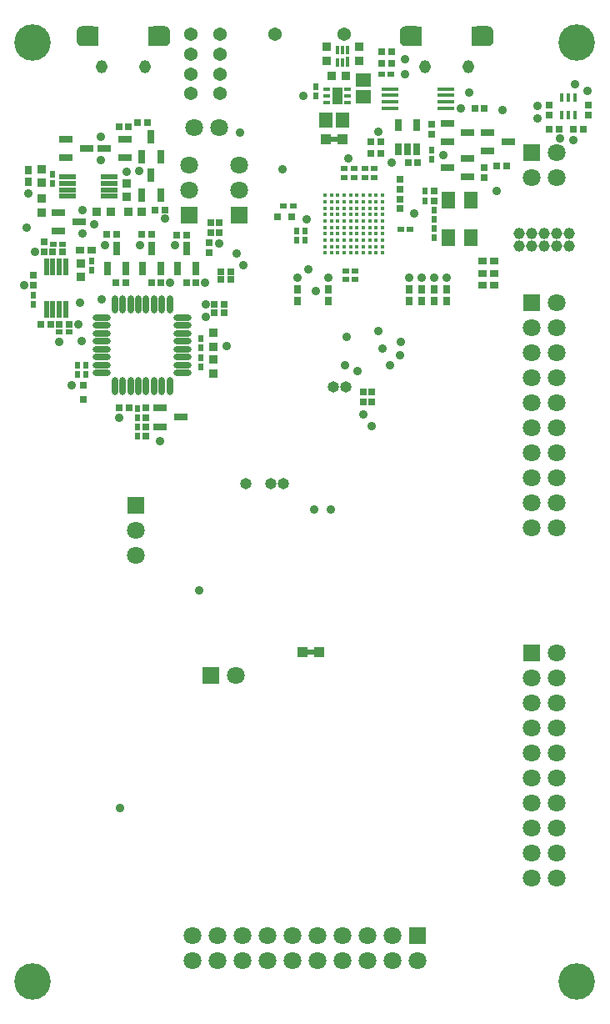
<source format=gbs>
G04 Layer_Color=16711935*
%FSLAX43Y43*%
%MOMM*%
G71*
G01*
G75*
%ADD57C,0.550*%
%ADD113R,0.900X0.510*%
%ADD119R,1.100X1.700*%
%ADD128R,1.100X1.050*%
%ADD130R,0.600X0.750*%
%ADD131R,0.650X0.700*%
%ADD132R,0.950X0.900*%
%ADD133R,0.700X0.650*%
%ADD134R,0.750X0.600*%
%ADD135R,0.800X0.800*%
%ADD137R,0.800X0.800*%
%ADD138R,0.900X0.950*%
G04:AMPARAMS|DCode=140|XSize=2.2mm|YSize=2mm|CornerRadius=0.544mm|HoleSize=0mm|Usage=FLASHONLY|Rotation=0.000|XOffset=0mm|YOffset=0mm|HoleType=Round|Shape=RoundedRectangle|*
%AMROUNDEDRECTD140*
21,1,2.200,0.912,0,0,0.0*
21,1,1.112,2.000,0,0,0.0*
1,1,1.088,0.556,-0.456*
1,1,1.088,-0.556,-0.456*
1,1,1.088,-0.556,0.456*
1,1,1.088,0.556,0.456*
%
%ADD140ROUNDEDRECTD140*%
G04:AMPARAMS|DCode=141|XSize=1.15mm|YSize=1.35mm|CornerRadius=0.575mm|HoleSize=0mm|Usage=FLASHONLY|Rotation=180.000|XOffset=0mm|YOffset=0mm|HoleType=Round|Shape=RoundedRectangle|*
%AMROUNDEDRECTD141*
21,1,1.150,0.200,0,0,180.0*
21,1,0.000,1.350,0,0,180.0*
1,1,1.150,0.000,0.100*
1,1,1.150,0.000,0.100*
1,1,1.150,0.000,-0.100*
1,1,1.150,0.000,-0.100*
%
%ADD141ROUNDEDRECTD141*%
G04:AMPARAMS|DCode=142|XSize=1.15mm|YSize=1.35mm|CornerRadius=0.575mm|HoleSize=0mm|Usage=FLASHONLY|Rotation=180.000|XOffset=0mm|YOffset=0mm|HoleType=Round|Shape=RoundedRectangle|*
%AMROUNDEDRECTD142*
21,1,1.150,0.200,0,0,180.0*
21,1,0.000,1.350,0,0,180.0*
1,1,1.150,0.000,0.100*
1,1,1.150,0.000,0.100*
1,1,1.150,0.000,-0.100*
1,1,1.150,0.000,-0.100*
%
%ADD142ROUNDEDRECTD142*%
%ADD143C,1.800*%
%ADD144R,1.800X1.800*%
%ADD145R,1.800X1.800*%
%ADD146C,1.800*%
%ADD147R,1.800X1.800*%
%ADD148C,1.150*%
%ADD149C,1.150*%
%ADD150C,3.700*%
%ADD151O,1.150X1.140*%
%ADD152R,1.800X1.800*%
%ADD153C,1.370*%
%ADD154R,1.400X1.700*%
%ADD155R,0.400X0.950*%
%ADD156R,0.400X1.050*%
%ADD157C,0.380*%
%ADD158R,0.700X0.400*%
%ADD159R,1.700X0.550*%
%ADD160R,0.750X1.150*%
%ADD161O,1.850X0.650*%
%ADD162O,0.650X1.850*%
%ADD163R,1.800X0.450*%
%ADD164R,1.400X0.700*%
%ADD165R,0.450X0.950*%
%ADD166R,0.750X0.900*%
%ADD167R,0.900X0.750*%
%ADD168R,1.450X1.600*%
%ADD169R,1.100X1.050*%
%ADD170R,1.600X1.450*%
%ADD171R,0.700X1.400*%
%ADD172R,0.550X1.700*%
%ADD173C,0.900*%
G36*
X-11398Y-675D02*
X-11396Y-675D01*
X-11348Y-679D01*
X-11347Y-679D01*
X-11345Y-679D01*
X-11292Y-686D01*
X-11289Y-687D01*
X-11285Y-688D01*
X-11232Y-703D01*
X-11230Y-703D01*
X-11228Y-704D01*
X-11185Y-720D01*
X-11183Y-721D01*
X-11181Y-722D01*
X-11139Y-742D01*
X-11137Y-743D01*
X-11134Y-745D01*
X-11090Y-773D01*
X-11088Y-774D01*
X-11087Y-775D01*
X-11049Y-804D01*
X-11047Y-805D01*
X-11046Y-806D01*
X-11007Y-840D01*
X-11004Y-843D01*
X-11001Y-846D01*
X-10972Y-882D01*
X-10971Y-883D01*
X-10971Y-884D01*
X-10943Y-921D01*
X-10941Y-923D01*
X-10940Y-926D01*
X-10916Y-967D01*
X-10915Y-969D01*
X-10914Y-970D01*
X-10894Y-1012D01*
X-10893Y-1014D01*
X-10892Y-1016D01*
X-10876Y-1058D01*
X-10875Y-1061D01*
X-10874Y-1064D01*
X-10862Y-1115D01*
X-10862Y-1117D01*
X-10861Y-1119D01*
X-10854Y-1164D01*
X-10854Y-1166D01*
X-10854Y-1168D01*
X-10850Y-1221D01*
X-10850Y-1223D01*
X-10850Y-1225D01*
Y-2125D01*
X-10850Y-2127D01*
X-10850Y-2129D01*
X-10854Y-2184D01*
X-10854Y-2186D01*
X-10855Y-2189D01*
X-10863Y-2234D01*
X-10863Y-2235D01*
X-10863Y-2237D01*
X-10875Y-2287D01*
X-10876Y-2290D01*
X-10877Y-2294D01*
X-10893Y-2334D01*
X-10906Y-2366D01*
X-10908Y-2370D01*
X-10910Y-2373D01*
X-10935Y-2416D01*
X-10936Y-2418D01*
X-10937Y-2420D01*
X-10963Y-2457D01*
X-10964Y-2458D01*
X-10965Y-2460D01*
X-10996Y-2498D01*
X-10999Y-2500D01*
X-11001Y-2503D01*
X-11046Y-2544D01*
X-11048Y-2546D01*
X-11050Y-2547D01*
X-11090Y-2577D01*
X-11092Y-2578D01*
X-11093Y-2579D01*
X-11139Y-2609D01*
X-11142Y-2610D01*
X-11145Y-2612D01*
X-11198Y-2636D01*
X-11201Y-2637D01*
X-11205Y-2638D01*
X-11292Y-2664D01*
X-11297Y-2665D01*
X-11301Y-2666D01*
X-11301Y-2666D01*
X-11301Y-2666D01*
X-11301D01*
X-11395Y-2675D01*
X-11398Y-2675D01*
X-11400Y-2675D01*
X-13000D01*
X-13010Y-2674D01*
X-13019Y-2671D01*
X-13028Y-2667D01*
X-13036Y-2661D01*
X-13042Y-2653D01*
X-13046Y-2644D01*
X-13049Y-2635D01*
X-13050Y-2625D01*
Y-725D01*
X-13049Y-715D01*
X-13046Y-706D01*
X-13042Y-697D01*
X-13036Y-689D01*
X-13028Y-683D01*
X-13019Y-679D01*
X-13010Y-676D01*
X-13000Y-675D01*
X-11400D01*
X-11398Y-675D01*
D02*
G37*
G36*
X-44232D02*
X-44230Y-675D01*
X-44182Y-679D01*
X-44181Y-679D01*
X-44179Y-679D01*
X-44126Y-686D01*
X-44123Y-687D01*
X-44119Y-688D01*
X-44066Y-703D01*
X-44064Y-703D01*
X-44062Y-704D01*
X-44019Y-720D01*
X-44017Y-721D01*
X-44015Y-722D01*
X-43973Y-742D01*
X-43971Y-743D01*
X-43968Y-745D01*
X-43924Y-773D01*
X-43922Y-774D01*
X-43921Y-775D01*
X-43883Y-804D01*
X-43881Y-805D01*
X-43880Y-806D01*
X-43841Y-840D01*
X-43838Y-843D01*
X-43835Y-846D01*
X-43806Y-882D01*
X-43805Y-883D01*
X-43805Y-884D01*
X-43777Y-921D01*
X-43775Y-923D01*
X-43774Y-926D01*
X-43750Y-967D01*
X-43749Y-969D01*
X-43748Y-970D01*
X-43728Y-1012D01*
X-43727Y-1014D01*
X-43726Y-1016D01*
X-43710Y-1058D01*
X-43709Y-1061D01*
X-43708Y-1064D01*
X-43696Y-1115D01*
X-43696Y-1117D01*
X-43695Y-1119D01*
X-43688Y-1164D01*
X-43688Y-1166D01*
X-43688Y-1168D01*
X-43684Y-1221D01*
X-43684Y-1223D01*
X-43684Y-1225D01*
Y-2125D01*
X-43684Y-2127D01*
X-43684Y-2129D01*
X-43688Y-2184D01*
X-43688Y-2186D01*
X-43689Y-2189D01*
X-43697Y-2234D01*
X-43697Y-2235D01*
X-43697Y-2237D01*
X-43709Y-2287D01*
X-43710Y-2290D01*
X-43711Y-2294D01*
X-43727Y-2334D01*
X-43740Y-2366D01*
X-43742Y-2370D01*
X-43744Y-2373D01*
X-43769Y-2416D01*
X-43770Y-2418D01*
X-43771Y-2420D01*
X-43797Y-2457D01*
X-43798Y-2458D01*
X-43799Y-2460D01*
X-43830Y-2498D01*
X-43833Y-2500D01*
X-43835Y-2503D01*
X-43880Y-2544D01*
X-43882Y-2546D01*
X-43884Y-2547D01*
X-43924Y-2577D01*
X-43926Y-2578D01*
X-43927Y-2579D01*
X-43973Y-2609D01*
X-43976Y-2610D01*
X-43979Y-2612D01*
X-44032Y-2636D01*
X-44035Y-2637D01*
X-44039Y-2638D01*
X-44126Y-2664D01*
X-44131Y-2665D01*
X-44135Y-2666D01*
X-44135Y-2666D01*
X-44135Y-2666D01*
X-44135D01*
X-44229Y-2675D01*
X-44232Y-2675D01*
X-44234Y-2675D01*
X-45834D01*
X-45844Y-2674D01*
X-45853Y-2671D01*
X-45862Y-2667D01*
X-45870Y-2661D01*
X-45876Y-2653D01*
X-45880Y-2644D01*
X-45883Y-2635D01*
X-45884Y-2625D01*
Y-725D01*
X-45883Y-715D01*
X-45880Y-706D01*
X-45876Y-697D01*
X-45870Y-689D01*
X-45862Y-683D01*
X-45853Y-679D01*
X-45844Y-676D01*
X-45834Y-675D01*
X-44234D01*
X-44232Y-675D01*
D02*
G37*
G36*
X-18190Y-676D02*
X-18181Y-679D01*
X-18172Y-683D01*
X-18164Y-689D01*
X-18158Y-697D01*
X-18154Y-706D01*
X-18151Y-715D01*
X-18150Y-725D01*
Y-2625D01*
X-18151Y-2635D01*
X-18154Y-2644D01*
X-18158Y-2653D01*
X-18164Y-2661D01*
X-18172Y-2667D01*
X-18181Y-2671D01*
X-18190Y-2674D01*
X-18200Y-2675D01*
X-19800D01*
X-19802Y-2675D01*
X-19804Y-2675D01*
X-19852Y-2671D01*
X-19853Y-2671D01*
X-19855Y-2671D01*
X-19908Y-2664D01*
X-19911Y-2663D01*
X-19915Y-2662D01*
X-19968Y-2647D01*
X-19970Y-2647D01*
X-19972Y-2646D01*
X-20015Y-2630D01*
X-20017Y-2629D01*
X-20019Y-2628D01*
X-20061Y-2608D01*
X-20063Y-2607D01*
X-20066Y-2605D01*
X-20110Y-2577D01*
X-20112Y-2576D01*
X-20113Y-2575D01*
X-20151Y-2546D01*
X-20153Y-2545D01*
X-20154Y-2544D01*
X-20193Y-2510D01*
X-20196Y-2507D01*
X-20199Y-2504D01*
X-20228Y-2468D01*
X-20229Y-2467D01*
X-20229Y-2466D01*
X-20257Y-2429D01*
X-20259Y-2427D01*
X-20260Y-2424D01*
X-20284Y-2383D01*
X-20285Y-2381D01*
X-20286Y-2380D01*
X-20306Y-2338D01*
X-20307Y-2336D01*
X-20308Y-2334D01*
X-20324Y-2292D01*
X-20325Y-2289D01*
X-20326Y-2286D01*
X-20338Y-2235D01*
X-20338Y-2233D01*
X-20339Y-2231D01*
X-20346Y-2186D01*
X-20346Y-2184D01*
X-20346Y-2182D01*
X-20350Y-2129D01*
X-20350Y-2127D01*
X-20350Y-2125D01*
Y-1225D01*
X-20350Y-1223D01*
X-20350Y-1221D01*
X-20346Y-1166D01*
X-20346Y-1164D01*
X-20345Y-1161D01*
X-20337Y-1116D01*
X-20337Y-1115D01*
X-20337Y-1113D01*
X-20325Y-1063D01*
X-20324Y-1060D01*
X-20323Y-1056D01*
X-20307Y-1016D01*
X-20294Y-984D01*
X-20292Y-980D01*
X-20290Y-977D01*
X-20265Y-934D01*
X-20264Y-932D01*
X-20263Y-930D01*
X-20237Y-893D01*
X-20236Y-892D01*
X-20235Y-890D01*
X-20204Y-852D01*
X-20201Y-850D01*
X-20199Y-847D01*
X-20154Y-806D01*
X-20152Y-804D01*
X-20150Y-803D01*
X-20110Y-773D01*
X-20108Y-772D01*
X-20107Y-771D01*
X-20061Y-742D01*
X-20058Y-740D01*
X-20055Y-738D01*
X-20002Y-714D01*
X-19999Y-713D01*
X-19995Y-712D01*
X-19908Y-686D01*
X-19903Y-685D01*
X-19899Y-684D01*
X-19899Y-684D01*
X-19899Y-684D01*
X-19899D01*
X-19805Y-675D01*
X-19802Y-675D01*
X-19800Y-675D01*
X-18200D01*
X-18190Y-676D01*
D02*
G37*
G36*
X-51024D02*
X-51015Y-679D01*
X-51006Y-683D01*
X-50998Y-689D01*
X-50992Y-697D01*
X-50988Y-706D01*
X-50985Y-715D01*
X-50984Y-725D01*
Y-2625D01*
X-50985Y-2635D01*
X-50988Y-2644D01*
X-50992Y-2653D01*
X-50998Y-2661D01*
X-51006Y-2667D01*
X-51015Y-2671D01*
X-51024Y-2674D01*
X-51034Y-2675D01*
X-52634D01*
X-52636Y-2675D01*
X-52638Y-2675D01*
X-52686Y-2671D01*
X-52687Y-2671D01*
X-52689Y-2671D01*
X-52742Y-2664D01*
X-52745Y-2663D01*
X-52749Y-2662D01*
X-52802Y-2647D01*
X-52804Y-2647D01*
X-52806Y-2646D01*
X-52849Y-2630D01*
X-52851Y-2629D01*
X-52853Y-2628D01*
X-52895Y-2608D01*
X-52897Y-2607D01*
X-52900Y-2605D01*
X-52944Y-2577D01*
X-52946Y-2576D01*
X-52947Y-2575D01*
X-52985Y-2546D01*
X-52987Y-2545D01*
X-52988Y-2544D01*
X-53027Y-2510D01*
X-53030Y-2507D01*
X-53033Y-2504D01*
X-53062Y-2468D01*
X-53063Y-2467D01*
X-53063Y-2466D01*
X-53091Y-2429D01*
X-53093Y-2427D01*
X-53094Y-2424D01*
X-53118Y-2383D01*
X-53119Y-2381D01*
X-53120Y-2380D01*
X-53140Y-2338D01*
X-53141Y-2336D01*
X-53142Y-2334D01*
X-53158Y-2292D01*
X-53159Y-2289D01*
X-53160Y-2286D01*
X-53172Y-2235D01*
X-53172Y-2233D01*
X-53173Y-2231D01*
X-53180Y-2186D01*
X-53180Y-2184D01*
X-53180Y-2182D01*
X-53184Y-2129D01*
X-53184Y-2127D01*
X-53184Y-2125D01*
Y-1225D01*
X-53184Y-1223D01*
X-53184Y-1221D01*
X-53180Y-1166D01*
X-53180Y-1164D01*
X-53179Y-1161D01*
X-53171Y-1116D01*
X-53171Y-1115D01*
X-53171Y-1113D01*
X-53159Y-1063D01*
X-53158Y-1060D01*
X-53157Y-1056D01*
X-53141Y-1016D01*
X-53128Y-984D01*
X-53126Y-980D01*
X-53124Y-977D01*
X-53099Y-934D01*
X-53098Y-932D01*
X-53097Y-930D01*
X-53071Y-893D01*
X-53070Y-892D01*
X-53069Y-890D01*
X-53038Y-852D01*
X-53035Y-850D01*
X-53033Y-847D01*
X-52988Y-806D01*
X-52986Y-804D01*
X-52984Y-803D01*
X-52944Y-773D01*
X-52942Y-772D01*
X-52941Y-771D01*
X-52895Y-742D01*
X-52892Y-740D01*
X-52889Y-738D01*
X-52836Y-714D01*
X-52833Y-713D01*
X-52829Y-712D01*
X-52742Y-686D01*
X-52737Y-685D01*
X-52733Y-684D01*
X-52733Y-684D01*
X-52733Y-684D01*
X-52733D01*
X-52639Y-675D01*
X-52636Y-675D01*
X-52634Y-675D01*
X-51034D01*
X-51024Y-676D01*
D02*
G37*
D57*
X-26725Y-8150D02*
D03*
Y-7350D02*
D03*
D113*
X-29408Y-64196D02*
D03*
X-27050Y-12145D02*
D03*
D119*
X-26725Y-7750D02*
D03*
D128*
X-30258Y-64201D02*
D03*
X-28558D02*
D03*
X-26200Y-12150D02*
D03*
D130*
X-30875Y-22375D02*
D03*
Y-21425D02*
D03*
X-30000Y-22375D02*
D03*
Y-21425D02*
D03*
X-28900Y-7775D02*
D03*
Y-6825D02*
D03*
X-40600Y-35300D02*
D03*
Y-34350D02*
D03*
X-40600Y-32400D02*
D03*
Y-33350D02*
D03*
X-52250Y-35050D02*
D03*
Y-36000D02*
D03*
X-53075Y-35050D02*
D03*
Y-36000D02*
D03*
X-46975Y-42300D02*
D03*
Y-41350D02*
D03*
Y-40400D02*
D03*
Y-39450D02*
D03*
X-55650Y-16650D02*
D03*
Y-15700D02*
D03*
X-16900Y-21225D02*
D03*
Y-22175D02*
D03*
X-17800Y-18375D02*
D03*
Y-17425D02*
D03*
X-17100Y-14200D02*
D03*
Y-13250D02*
D03*
X-51650Y-24500D02*
D03*
Y-25450D02*
D03*
X-57550Y-27975D02*
D03*
Y-28925D02*
D03*
X-16900Y-20275D02*
D03*
Y-19325D02*
D03*
D131*
X-24050Y-38775D02*
D03*
Y-37775D02*
D03*
X-39575Y-20625D02*
D03*
Y-21625D02*
D03*
X-38750Y-21625D02*
D03*
Y-20625D02*
D03*
X-17100Y-11600D02*
D03*
Y-10600D02*
D03*
X-11800Y-16000D02*
D03*
Y-15000D02*
D03*
X-1200Y-9700D02*
D03*
Y-8700D02*
D03*
X-5200Y-8700D02*
D03*
Y-9700D02*
D03*
X-46125Y-40425D02*
D03*
Y-39425D02*
D03*
Y-42325D02*
D03*
Y-41325D02*
D03*
X-23175Y-38775D02*
D03*
Y-37775D02*
D03*
X-16900Y-18400D02*
D03*
Y-17400D02*
D03*
X-20300Y-18200D02*
D03*
Y-19200D02*
D03*
Y-17200D02*
D03*
Y-16200D02*
D03*
X-56500Y-22575D02*
D03*
Y-23575D02*
D03*
X-39750Y-22675D02*
D03*
Y-23675D02*
D03*
X-57550Y-26950D02*
D03*
Y-25950D02*
D03*
D132*
X-56700Y-19575D02*
D03*
Y-18175D02*
D03*
X-56750Y-15175D02*
D03*
Y-16575D02*
D03*
X-24500Y-2750D02*
D03*
Y-4150D02*
D03*
X-27800Y-2750D02*
D03*
Y-4150D02*
D03*
X-39325Y-31800D02*
D03*
Y-33200D02*
D03*
X-52750Y-26125D02*
D03*
Y-24725D02*
D03*
X-48125Y-16625D02*
D03*
Y-18025D02*
D03*
X-39325Y-35900D02*
D03*
Y-34500D02*
D03*
D133*
X-23325Y-13550D02*
D03*
X-22325D02*
D03*
Y-12400D02*
D03*
X-23325D02*
D03*
X-22200Y-4425D02*
D03*
X-21200D02*
D03*
X-11750Y-8975D02*
D03*
X-12750D02*
D03*
X-21200Y-3275D02*
D03*
X-22200D02*
D03*
X-19525Y-14525D02*
D03*
X-18525D02*
D03*
X-10482Y-14834D02*
D03*
X-9482D02*
D03*
X-39175Y-29775D02*
D03*
X-38175D02*
D03*
X-39175Y-28875D02*
D03*
X-38175D02*
D03*
X-55600Y-23600D02*
D03*
X-54600D02*
D03*
X-48175Y-26675D02*
D03*
X-49175D02*
D03*
X-44600D02*
D03*
X-45600D02*
D03*
X-41050D02*
D03*
X-42050D02*
D03*
X-43000Y-21850D02*
D03*
X-42000D02*
D03*
X-46550Y-21825D02*
D03*
X-45550D02*
D03*
X-50125D02*
D03*
X-49125D02*
D03*
X-4200Y-11100D02*
D03*
X-5200D02*
D03*
X-1700D02*
D03*
X-2700D02*
D03*
X-46000Y-10475D02*
D03*
X-47000D02*
D03*
X-47900Y-10850D02*
D03*
X-48900D02*
D03*
X-37525Y-26400D02*
D03*
X-38525D02*
D03*
X-37525Y-25625D02*
D03*
X-38525D02*
D03*
X-55850Y-30900D02*
D03*
X-56850D02*
D03*
X-54950D02*
D03*
X-53950D02*
D03*
X-47850Y-39425D02*
D03*
X-48850D02*
D03*
X-45200Y-19300D02*
D03*
X-44200D02*
D03*
D134*
X-54625Y-22775D02*
D03*
X-55575D02*
D03*
X-24900Y-26400D02*
D03*
X-25850D02*
D03*
X-24900Y-25500D02*
D03*
X-25850D02*
D03*
X-19325Y-21300D02*
D03*
X-20275D02*
D03*
X-22925Y-16000D02*
D03*
X-23875D02*
D03*
X-22925Y-15100D02*
D03*
X-23875D02*
D03*
X-25975Y-16000D02*
D03*
X-25025D02*
D03*
X-25975Y-15100D02*
D03*
X-25025D02*
D03*
X-32150Y-18900D02*
D03*
X-31200D02*
D03*
X-22175Y-5550D02*
D03*
X-21225D02*
D03*
X-53975Y-31725D02*
D03*
X-54925D02*
D03*
D135*
X-31375Y-20000D02*
D03*
X-32775D02*
D03*
D137*
X-52500Y-38550D02*
D03*
Y-37150D02*
D03*
D138*
X-27275Y-5700D02*
D03*
X-25875D02*
D03*
X-46550Y-19475D02*
D03*
X-47950D02*
D03*
X-49750D02*
D03*
X-51150D02*
D03*
D140*
X-44784Y-1675D02*
D03*
X-52084D02*
D03*
X-11950D02*
D03*
X-19250D02*
D03*
D141*
X-50659Y-4800D02*
D03*
X-13375D02*
D03*
D142*
X-46209D02*
D03*
X-17825D02*
D03*
D143*
X-37055Y-66550D02*
D03*
X-6970Y-16030D02*
D03*
X-4430D02*
D03*
Y-79530D02*
D03*
X-6970D02*
D03*
X-4430Y-82070D02*
D03*
X-6970D02*
D03*
X-4430Y-84610D02*
D03*
X-6970D02*
D03*
Y-74450D02*
D03*
Y-71910D02*
D03*
X-4430D02*
D03*
X-6970Y-69370D02*
D03*
X-4430D02*
D03*
X-6970Y-66830D02*
D03*
X-4430D02*
D03*
Y-74450D02*
D03*
X-38730Y-10950D02*
D03*
X-41270D02*
D03*
X-6970Y-41430D02*
D03*
X-4430D02*
D03*
Y-43970D02*
D03*
X-6970D02*
D03*
X-4430Y-46510D02*
D03*
X-6970D02*
D03*
X-4430Y-49050D02*
D03*
X-6970D02*
D03*
Y-38890D02*
D03*
Y-36350D02*
D03*
X-4430D02*
D03*
X-6970Y-33810D02*
D03*
X-4430D02*
D03*
X-6970Y-31270D02*
D03*
X-4430D02*
D03*
Y-38890D02*
D03*
X-28730Y-95570D02*
D03*
X-21110D02*
D03*
Y-93030D02*
D03*
X-23650Y-95570D02*
D03*
Y-93030D02*
D03*
X-26190Y-95570D02*
D03*
Y-93030D02*
D03*
X-28730D02*
D03*
X-36350D02*
D03*
X-47156Y-51861D02*
D03*
X-41776Y-14760D02*
D03*
D144*
X-39595Y-66550D02*
D03*
D145*
X-6970Y-13490D02*
D03*
Y-64290D02*
D03*
Y-28730D02*
D03*
X-47156Y-49321D02*
D03*
X-41776Y-19840D02*
D03*
D146*
X-4430Y-13490D02*
D03*
Y-87150D02*
D03*
X-6970Y-76990D02*
D03*
X-4430D02*
D03*
X-6970Y-87150D02*
D03*
X-4430Y-64290D02*
D03*
Y-51590D02*
D03*
X-6970D02*
D03*
X-4430Y-28730D02*
D03*
X-18570Y-95570D02*
D03*
X-41430Y-93030D02*
D03*
X-38890D02*
D03*
Y-95570D02*
D03*
X-36350D02*
D03*
X-33810Y-93030D02*
D03*
Y-95570D02*
D03*
X-31270D02*
D03*
Y-93030D02*
D03*
X-41430Y-95570D02*
D03*
X-47156Y-54401D02*
D03*
X-41776Y-17300D02*
D03*
X-36696Y-14760D02*
D03*
Y-17300D02*
D03*
D147*
X-18570Y-93030D02*
D03*
D148*
X-8240Y-21740D02*
D03*
X-5700Y-23010D02*
D03*
X-6970D02*
D03*
Y-21740D02*
D03*
X-5700D02*
D03*
X-4430D02*
D03*
X-3160D02*
D03*
D149*
X-8240Y-23010D02*
D03*
X-3160D02*
D03*
X-4430D02*
D03*
D150*
X-2350Y-2350D02*
D03*
X-57650D02*
D03*
X-2350Y-97650D02*
D03*
X-57650D02*
D03*
D151*
X-33495Y-47125D02*
D03*
X-32225D02*
D03*
X-36035D02*
D03*
X-25850Y-37275D02*
D03*
X-27120D02*
D03*
D152*
X-36696Y-19840D02*
D03*
D153*
X-33000Y-1500D02*
D03*
X-38600Y-7500D02*
D03*
X-26000Y-1500D02*
D03*
X-41600D02*
D03*
X-38600D02*
D03*
X-41600Y-3500D02*
D03*
Y-5500D02*
D03*
X-38600D02*
D03*
X-41600Y-7500D02*
D03*
X-38600Y-3500D02*
D03*
D154*
X-13100Y-22150D02*
D03*
Y-18350D02*
D03*
X-15400D02*
D03*
Y-22150D02*
D03*
D155*
X-26150Y-3100D02*
D03*
Y-4350D02*
D03*
X-25650Y-3100D02*
D03*
X-26650D02*
D03*
Y-4350D02*
D03*
D156*
X-25650Y-4300D02*
D03*
D157*
X-27950Y-17850D02*
D03*
X-27300D02*
D03*
X-26650D02*
D03*
X-26000D02*
D03*
X-25350D02*
D03*
X-24700D02*
D03*
X-24050D02*
D03*
X-23400D02*
D03*
X-22750D02*
D03*
X-22100D02*
D03*
X-27950Y-18500D02*
D03*
X-27300D02*
D03*
X-26650D02*
D03*
X-26000D02*
D03*
X-25350D02*
D03*
X-24700D02*
D03*
X-24050D02*
D03*
X-23400D02*
D03*
X-22750D02*
D03*
X-22100D02*
D03*
X-27950Y-19150D02*
D03*
X-27300D02*
D03*
X-26650D02*
D03*
X-26000D02*
D03*
X-25350D02*
D03*
X-24700D02*
D03*
X-24050D02*
D03*
X-23400D02*
D03*
X-22750D02*
D03*
X-27950Y-19800D02*
D03*
X-27300D02*
D03*
X-26650D02*
D03*
X-26000D02*
D03*
X-25350D02*
D03*
X-24700D02*
D03*
X-24050D02*
D03*
X-23400D02*
D03*
X-22750D02*
D03*
X-27950Y-20450D02*
D03*
X-27300D02*
D03*
X-26650D02*
D03*
X-26000D02*
D03*
X-25350D02*
D03*
X-24700D02*
D03*
X-24050D02*
D03*
X-23400D02*
D03*
X-22750D02*
D03*
X-27950Y-21750D02*
D03*
X-27300D02*
D03*
X-26650D02*
D03*
X-26000D02*
D03*
X-25350D02*
D03*
X-24700D02*
D03*
X-24050D02*
D03*
X-23400D02*
D03*
X-22750D02*
D03*
X-27950Y-22400D02*
D03*
X-27300D02*
D03*
X-26650D02*
D03*
X-26000D02*
D03*
X-25350D02*
D03*
X-24700D02*
D03*
X-24050D02*
D03*
X-23400D02*
D03*
X-22750D02*
D03*
X-27950Y-23050D02*
D03*
X-27300D02*
D03*
X-26650D02*
D03*
X-26000D02*
D03*
X-25350D02*
D03*
X-24700D02*
D03*
X-24050D02*
D03*
X-23400D02*
D03*
X-22750D02*
D03*
X-27950Y-23700D02*
D03*
X-27300D02*
D03*
X-26650D02*
D03*
X-26000D02*
D03*
X-25350D02*
D03*
X-24700D02*
D03*
X-24050D02*
D03*
X-23400D02*
D03*
X-22750D02*
D03*
X-27950Y-21100D02*
D03*
X-27300D02*
D03*
X-26650D02*
D03*
X-26000D02*
D03*
X-25350D02*
D03*
X-24700D02*
D03*
X-24050D02*
D03*
X-23400D02*
D03*
X-22750D02*
D03*
X-22100D02*
D03*
Y-19150D02*
D03*
Y-19800D02*
D03*
Y-20450D02*
D03*
Y-21750D02*
D03*
Y-22400D02*
D03*
Y-23050D02*
D03*
Y-23700D02*
D03*
D158*
X-25675Y-8400D02*
D03*
Y-7750D02*
D03*
Y-7100D02*
D03*
X-27775D02*
D03*
Y-7750D02*
D03*
Y-8400D02*
D03*
D159*
X-49900Y-15975D02*
D03*
Y-16625D02*
D03*
Y-17275D02*
D03*
Y-17925D02*
D03*
X-54150Y-15975D02*
D03*
Y-16625D02*
D03*
Y-17275D02*
D03*
Y-17925D02*
D03*
D160*
X-18631Y-13123D02*
D03*
X-19584D02*
D03*
X-20537D02*
D03*
Y-10673D02*
D03*
X-18631D02*
D03*
D161*
X-42399Y-35851D02*
D03*
Y-35051D02*
D03*
Y-34251D02*
D03*
Y-33451D02*
D03*
Y-32651D02*
D03*
Y-31851D02*
D03*
Y-31051D02*
D03*
Y-30251D02*
D03*
X-50649D02*
D03*
Y-31051D02*
D03*
Y-31851D02*
D03*
Y-32651D02*
D03*
Y-33451D02*
D03*
Y-34251D02*
D03*
Y-35051D02*
D03*
Y-35851D02*
D03*
D162*
X-43724Y-28926D02*
D03*
X-44524D02*
D03*
X-45324D02*
D03*
X-46124D02*
D03*
X-46924D02*
D03*
X-47724D02*
D03*
X-48524D02*
D03*
X-49324D02*
D03*
Y-37176D02*
D03*
X-48524D02*
D03*
X-47724D02*
D03*
X-46924D02*
D03*
X-46124D02*
D03*
X-45324D02*
D03*
X-44524D02*
D03*
X-43724D02*
D03*
D163*
X-15650Y-7025D02*
D03*
Y-7675D02*
D03*
Y-8325D02*
D03*
Y-8975D02*
D03*
X-21350Y-7025D02*
D03*
Y-7675D02*
D03*
Y-8325D02*
D03*
Y-8975D02*
D03*
D164*
X-44735Y-41325D02*
D03*
Y-39425D02*
D03*
X-42635Y-40375D02*
D03*
X-11450Y-13350D02*
D03*
Y-11450D02*
D03*
X-9350Y-12400D02*
D03*
X-15550Y-12400D02*
D03*
Y-10500D02*
D03*
X-13450Y-11450D02*
D03*
Y-14050D02*
D03*
Y-15950D02*
D03*
X-15550Y-15000D02*
D03*
X-54300Y-14025D02*
D03*
Y-12125D02*
D03*
X-52200Y-13075D02*
D03*
X-48300Y-12125D02*
D03*
Y-14025D02*
D03*
X-50400Y-13075D02*
D03*
X-55050Y-21475D02*
D03*
Y-19575D02*
D03*
X-52950Y-20525D02*
D03*
D165*
X-3875Y-7875D02*
D03*
X-3225D02*
D03*
X-2575D02*
D03*
Y-9725D02*
D03*
X-3225D02*
D03*
X-3875D02*
D03*
D166*
X-58075Y-16450D02*
D03*
Y-15250D02*
D03*
X-30775Y-27375D02*
D03*
Y-28575D02*
D03*
X-15600Y-28600D02*
D03*
Y-27400D02*
D03*
X-16875Y-28600D02*
D03*
Y-27400D02*
D03*
X-18150Y-28600D02*
D03*
Y-27400D02*
D03*
X-19425Y-28600D02*
D03*
Y-27400D02*
D03*
X-27575Y-28575D02*
D03*
Y-27375D02*
D03*
D167*
X-11950Y-26975D02*
D03*
X-10750D02*
D03*
X-11950Y-24525D02*
D03*
X-10750D02*
D03*
X-11950Y-25750D02*
D03*
X-10750D02*
D03*
X-52825Y-23425D02*
D03*
X-51625D02*
D03*
D168*
X-27850Y-10175D02*
D03*
X-26200D02*
D03*
D169*
X-27900Y-12150D02*
D03*
D170*
X-24075Y-6150D02*
D03*
Y-7800D02*
D03*
D171*
X-44675Y-13950D02*
D03*
X-46575D02*
D03*
X-45625Y-11850D02*
D03*
X-44675Y-17850D02*
D03*
X-46575D02*
D03*
X-45625Y-15750D02*
D03*
X-41050Y-25300D02*
D03*
X-42950D02*
D03*
X-42000Y-23200D02*
D03*
X-44600Y-25300D02*
D03*
X-46500D02*
D03*
X-45550Y-23200D02*
D03*
X-48150Y-25300D02*
D03*
X-50050D02*
D03*
X-49100Y-23200D02*
D03*
D172*
X-54300Y-29375D02*
D03*
X-54950D02*
D03*
X-55600D02*
D03*
X-56250D02*
D03*
X-54300Y-25125D02*
D03*
X-54950D02*
D03*
X-55600D02*
D03*
X-56250D02*
D03*
D173*
X-24050Y-40088D02*
D03*
X-23175Y-41275D02*
D03*
X-46850Y-15400D02*
D03*
X-40100Y-28875D02*
D03*
Y-30150D02*
D03*
X-30150Y-7750D02*
D03*
X-58075Y-17650D02*
D03*
X-30775Y-26175D02*
D03*
X-57425Y-23575D02*
D03*
X-44735Y-42800D02*
D03*
X-50649Y-28374D02*
D03*
X-51450Y-20800D02*
D03*
X-53700Y-37150D02*
D03*
X-48875Y-40450D02*
D03*
X-37925Y-33100D02*
D03*
X-52625Y-21725D02*
D03*
X-58525Y-26950D02*
D03*
X-52975Y-30900D02*
D03*
X-54925Y-32700D02*
D03*
X-10482Y-17383D02*
D03*
X-19825Y-4000D02*
D03*
X-19850Y-5550D02*
D03*
X-15900Y-13775D02*
D03*
X-48125Y-15425D02*
D03*
X-52600Y-19300D02*
D03*
X-58225Y-21125D02*
D03*
X-50750Y-11850D02*
D03*
X-18900Y-19650D02*
D03*
X-25575Y-14100D02*
D03*
X-4100Y-12025D02*
D03*
X-2575Y-6550D02*
D03*
X-21175Y-14550D02*
D03*
X-43225Y-22875D02*
D03*
X-46775D02*
D03*
X-50325D02*
D03*
X-14150Y-8975D02*
D03*
X-40175Y-26675D02*
D03*
X-43725D02*
D03*
X-36275Y-24950D02*
D03*
X-36950Y-23775D02*
D03*
X-20225Y-32700D02*
D03*
X-22550Y-31600D02*
D03*
X-25750Y-32175D02*
D03*
X-22125Y-33400D02*
D03*
X-20350Y-34050D02*
D03*
X-21350Y-35050D02*
D03*
X-52850Y-28725D02*
D03*
X-29625Y-25325D02*
D03*
X-29075Y-49725D02*
D03*
X-27350Y-49775D02*
D03*
X-2700Y-12250D02*
D03*
X-32275Y-15200D02*
D03*
X-24675Y-35675D02*
D03*
X-25900Y-35125D02*
D03*
X-28913Y-27525D02*
D03*
X-48750Y-80075D02*
D03*
X-40725Y-57950D02*
D03*
X-9925Y-9200D02*
D03*
X-22525Y-11400D02*
D03*
X-36625Y-11450D02*
D03*
X-52700Y-32650D02*
D03*
X-44200Y-20225D02*
D03*
X-50750Y-14300D02*
D03*
X-15600Y-26200D02*
D03*
X-27575Y-26175D02*
D03*
X-16875Y-26200D02*
D03*
X-18150D02*
D03*
X-19425Y-26200D02*
D03*
X-1300Y-7250D02*
D03*
X-6350Y-8750D02*
D03*
Y-10050D02*
D03*
X-29850Y-20250D02*
D03*
X-13275Y-7400D02*
D03*
X-38750Y-22700D02*
D03*
M02*

</source>
